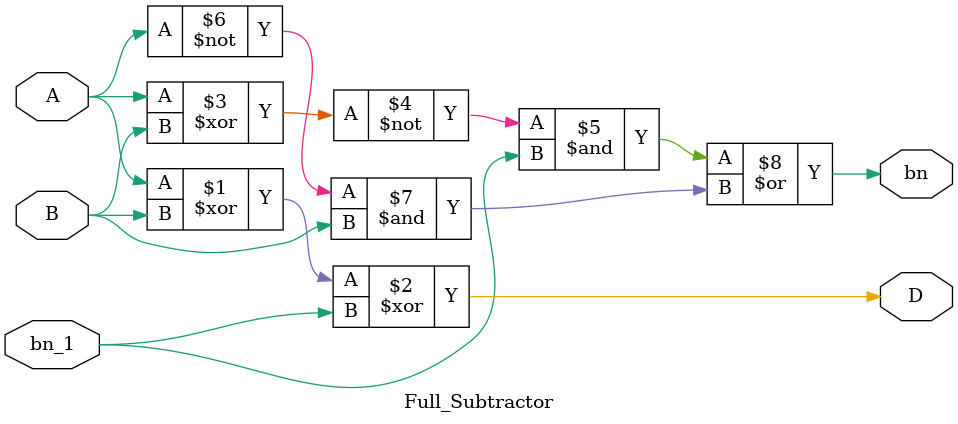
<source format=v>
`timescale 1ns / 1ps


module Full_Subtractor(

input A,B,bn_1,
output D,bn
    );
    
    assign D = A^B^bn_1;
    assign bn = (~(A^B)&bn_1)|(~A&B);

    
endmodule

</source>
